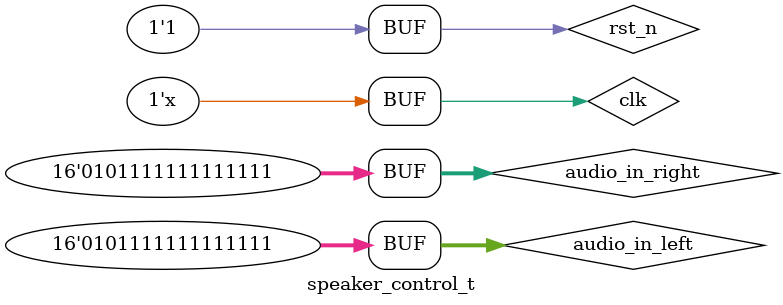
<source format=v>


module speaker_control_t;

    reg clk;
    reg rst_n;
    reg [15:0]audio_in_left;
    reg [15:0]audio_in_right;
    wire audio_mclk;
    wire audio_lrck;
    wire audio_sck;
    wire audio_sdin;

    
    speaker_control uus(.clk(clk), .rst_n(rst_n), .audio_in_left(audio_in_left),
    .audio_in_right(audio_in_right), .audio_mclk(audio_mclk), .audio_lrck(audio_lrck), .audio_sck(audio_sck), .audio_sdin(audio_sdin)

        );
    initial begin
        clk = 0; rst_n = 1; audio_in_left = 16'hB000; audio_in_right = 16'hB000; 
        #2 rst_n = 0;
        #4 rst_n = 1;
        #50 audio_in_left = 16'hB000; audio_in_right = 16'hB000;
        #50 audio_in_left = 16'h5FFF; audio_in_right = 16'h5FFF;
        #50 audio_in_left = 16'hB000; audio_in_right = 16'hB000;
                #50 audio_in_left = 16'h5FFF; audio_in_right = 16'h5FFF;
                #50 audio_in_left = 16'hB000; audio_in_right = 16'hB000;
                        #50 audio_in_left = 16'h5FFF; audio_in_right = 16'h5FFF;
                        #50 audio_in_left = 16'hB000; audio_in_right = 16'hB000;
                                #50 audio_in_left = 16'h5FFF; audio_in_right = 16'h5FFF;
                                #50 audio_in_left = 16'hB000; audio_in_right = 16'hB000;
                                        #50 audio_in_left = 16'h5FFF; audio_in_right = 16'h5FFF;
                                        #50 audio_in_left = 16'hB000; audio_in_right = 16'hB000;
                                                #50 audio_in_left = 16'h5FFF; audio_in_right = 16'h5FFF;


        end
        always
        
        #0.025 clk = ~clk;


endmodule

</source>
